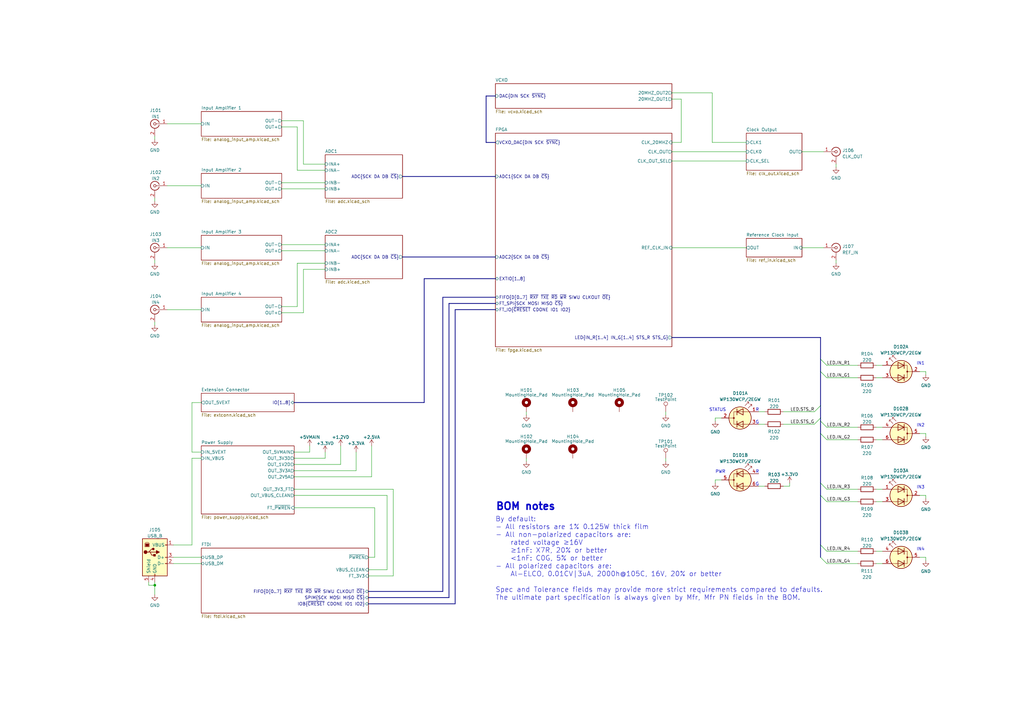
<source format=kicad_sch>
(kicad_sch (version 20211123) (generator eeschema)
  (paper "A3")
  (title_block (title "LWDO-SDR") (date "2022-02-15") (rev "1") (company "R. Dobrodii"))
  (lib_symbols
    (symbol "Connector:Conn_Coaxial" (pin_names (offset 1.016) hide)
      (property "Reference" "J" (at 0.254 3.048 0))
      (property "Value" "Conn_Coaxial" (at 2.921 0 90))
      (symbol "Conn_Coaxial_0_1"
        (arc (start -1.778 -0.508) (mid 0.222 -1.808) (end 1.778 0) (stroke (width 0.254)))
        (polyline (pts (xy -2.54 0) (xy -0.508 0)))
        (polyline (pts (xy 0 -2.54) (xy 0 -1.778)))
        (circle (center 0 0) (radius 0.508) (stroke (width 0.2032)))
        (arc (start 1.778 0) (mid 0.222 1.8083) (end -1.778 0.508) (stroke (width 0.254)))
      )
      (symbol "Conn_Coaxial_1_1"
        (pin passive line (at -5.08 0 0) (length 2.54) (name "In") (number "1"))
        (pin passive line (at 0 -5.08 90) (length 2.54) (name "Ext") (number "2"))
      )
    )
    (symbol "Connector:TestPoint" (pin_numbers hide) (pin_names (offset 0.762) hide)
      (property "Reference" "TP" (at 0 6.858 0))
      (property "Value" "TestPoint" (at 0 5.08 0))
      (symbol "TestPoint_0_1"
        (circle (center 0 3.302) (radius 0.762))
      )
      (symbol "TestPoint_1_1"
        (pin passive line (at 0 0 90) (length 2.54) (name "1") (number "1"))
      )
    )
    (symbol "Connector:USB_B" (pin_names (offset 1.016))
      (property "Reference" "J" (at -5.08 11.43 0))
      (property "Value" "USB_B" (at -5.08 8.89 0))
      (symbol "USB_B_0_1"
        (rectangle (start -5.08 -7.62) (end 5.08 7.62) (stroke (width 0.254)) (fill (type background)))
        (circle (center -3.81 2.159) (radius 0.635) (stroke (width 0.254)) (fill (type outline)))
        (rectangle (start -3.81 5.588) (end -2.54 4.572) (fill (type outline)))
        (circle (center -0.635 3.429) (radius 0.381) (stroke (width 0.254)) (fill (type outline)))
        (rectangle (start -0.127 -7.62) (end 0.127 -6.858))
        (polyline (pts (xy -1.905 2.159) (xy 0.635 2.159)) (stroke (width 0.254)))
        (polyline (pts (xy -3.175 2.159) (xy -2.54 2.159) (xy -1.27 3.429) (xy -0.635 3.429)) (stroke (width 0.254)))
        (polyline (pts (xy -2.54 2.159) (xy -1.905 2.159) (xy -1.27 0.889) (xy 0 0.889)) (stroke (width 0.254)))
        (polyline (pts (xy 0.635 2.794) (xy 0.635 1.524) (xy 1.905 2.159) (xy 0.635 2.794)) (stroke (width 0.254)) (fill (type outline)))
        (polyline (pts (xy -4.064 4.318) (xy -2.286 4.318) (xy -2.286 5.715) (xy -2.667 6.096) (xy -3.683 6.096) (xy -4.064 5.715) (xy -4.064 4.318)))
        (rectangle (start 0.254 1.27) (end -0.508 0.508) (stroke (width 0.254)) (fill (type outline)))
        (rectangle (start 5.08 -2.667) (end 4.318 -2.413))
        (rectangle (start 5.08 -0.127) (end 4.318 0.127))
        (rectangle (start 5.08 4.953) (end 4.318 5.207))
      )
      (symbol "USB_B_1_1"
        (pin power_out line (at 7.62 5.08 180) (length 2.54) (name "VBUS") (number "1"))
        (pin bidirectional line (at 7.62 -2.54 180) (length 2.54) (name "D-") (number "2"))
        (pin bidirectional line (at 7.62 0 180) (length 2.54) (name "D+") (number "3"))
        (pin power_out line (at 0 -10.16 90) (length 2.54) (name "GND") (number "4"))
        (pin passive line (at -2.54 -10.16 90) (length 2.54) (name "Shield") (number "5"))
      )
    )
    (symbol "Device:R" (pin_numbers hide) (pin_names (offset 0))
      (property "Reference" "R" (at 2.032 0 90))
      (property "Value" "R" (at 0 0 90))
      (symbol "R_0_1"
        (rectangle (start -1.016 -2.54) (end 1.016 2.54) (stroke (width 0.254)))
      )
      (symbol "R_1_1"
        (pin passive line (at 0 3.81 270) (length 1.27) (name "~") (number "1"))
        (pin passive line (at 0 -3.81 90) (length 1.27) (name "~") (number "2"))
      )
    )
    (symbol "Mechanical:MountingHole_Pad" (pin_numbers hide) (pin_names (offset 1.016) hide)
      (property "Reference" "H" (at 0 6.35 0))
      (property "Value" "MountingHole_Pad" (at 0 4.445 0))
      (symbol "MountingHole_Pad_0_1"
        (circle (center 0 1.27) (radius 1.27) (stroke (width 1.27)))
      )
      (symbol "MountingHole_Pad_1_1"
        (pin input line (at 0 -2.54 90) (length 2.54) (name "1") (number "1"))
      )
    )
    (symbol "power:GND" (power) (pin_names (offset 0))
      (property "Value" "GND" (at 0 -3.81 0))
      (symbol "GND_0_1"
        (polyline (pts (xy 0 0) (xy 0 -1.27) (xy 1.27 -1.27) (xy 0 -2.54) (xy -1.27 -1.27) (xy 0 -1.27)))
      )
      (symbol "GND_1_1"
        (pin power_in line (at 0 0 270) (length 0) hide (name "GND") (number "1"))
      )
    )
    (symbol "symbols:+1.2VD" (power) (pin_names (offset 0))
      (property "Value" "+1.2VD" (at 0 3.556 0))
      (symbol "+1.2VD_0_1"
        (polyline (pts (xy -0.762 1.27) (xy 0 2.54)))
        (polyline (pts (xy 0 0) (xy 0 2.54)))
        (polyline (pts (xy 0 2.54) (xy 0.762 1.27)))
      )
      (symbol "+1.2VD_1_1"
        (pin power_in line (at 0 0 90) (length 0) hide (name "+1.2VD") (number "1"))
      )
    )
    (symbol "symbols:+2.5VA" (power) (pin_names (offset 0))
      (property "Value" "+2.5VA" (at 0 3.556 0))
      (symbol "+2.5VA_0_1"
        (polyline (pts (xy -0.762 1.27) (xy 0 2.54)))
        (polyline (pts (xy 0 0) (xy 0 2.54)))
        (polyline (pts (xy 0 2.54) (xy 0.762 1.27)))
      )
      (symbol "+2.5VA_1_1"
        (pin power_in line (at 0 0 90) (length 0) hide (name "+2.5VA") (number "1"))
      )
    )
    (symbol "symbols:+3.3VA" (power) (pin_names (offset 0))
      (property "Value" "+3.3VA" (at 0 3.556 0))
      (symbol "+3.3VA_0_1"
        (polyline (pts (xy -0.762 1.27) (xy 0 2.54)))
        (polyline (pts (xy 0 0) (xy 0 2.54)))
        (polyline (pts (xy 0 2.54) (xy 0.762 1.27)))
      )
      (symbol "+3.3VA_1_1"
        (pin power_in line (at 0 0 90) (length 0) hide (name "+3.3VA") (number "1"))
      )
    )
    (symbol "symbols:+3.3VD" (power) (pin_names (offset 0))
      (property "Value" "+3.3VD" (at 0 3.556 0))
      (symbol "+3.3VD_0_1"
        (polyline (pts (xy -0.762 1.27) (xy 0 2.54)))
        (polyline (pts (xy 0 0) (xy 0 2.54)))
        (polyline (pts (xy 0 2.54) (xy 0.762 1.27)))
      )
      (symbol "+3.3VD_1_1"
        (pin power_in line (at 0 0 90) (length 0) hide (name "+3.3VD") (number "1"))
      )
    )
    (symbol "symbols:+5VMAIN" (power) (pin_names (offset 0))
      (property "Value" "+5VMAIN" (at 0 3.556 0))
      (symbol "+5VMAIN_0_1"
        (polyline (pts (xy -0.762 1.27) (xy 0 2.54)))
        (polyline (pts (xy 0 0) (xy 0 2.54)))
        (polyline (pts (xy 0 2.54) (xy 0.762 1.27)))
      )
      (symbol "+5VMAIN_1_1"
        (pin power_in line (at 0 0 90) (length 0) hide (name "+5VMAIN") (number "1"))
      )
    )
    (symbol "symbols:WP130WCP{slash}2EGW" (pin_names (offset 0) hide)
      (property "Reference" "D" (at 0 5.715 0))
      (property "Value" "WP130WCP{slash}2EGW" (at 0 -6.35 0))
      (symbol "WP130WCP{slash}2EGW_0_1"
        (circle (center -2.54 0) (radius 0.2794) (fill (type outline)))
        (polyline (pts (xy -4.572 0) (xy -2.54 0)))
        (polyline (pts (xy -1.27 -1.27) (xy -1.27 -3.81)) (stroke (width 0.254)))
        (polyline (pts (xy -1.27 1.27) (xy -1.27 3.81)) (stroke (width 0.254)))
        (polyline (pts (xy 3.81 -2.54) (xy 1.905 -2.54)))
        (polyline (pts (xy 3.81 2.54) (xy 1.905 2.54)))
        (polyline (pts (xy 1.27 -3.81) (xy 1.27 -1.27) (xy -1.27 -2.54) (xy 1.27 -3.81)) (stroke (width 0.254)))
        (polyline (pts (xy 1.27 1.27) (xy 1.27 3.81) (xy -1.27 2.54) (xy 1.27 1.27)) (stroke (width 0.254)))
        (polyline (pts (xy 2.032 2.54) (xy -2.54 2.54) (xy -2.54 -2.54) (xy 2.032 -2.54)))
        (polyline (pts (xy 2.032 5.08) (xy 3.556 6.604) (xy 2.794 6.604) (xy 3.556 6.604) (xy 3.556 5.842)))
        (polyline (pts (xy 3.302 4.064) (xy 4.826 5.588) (xy 4.064 5.588) (xy 4.826 5.588) (xy 4.826 4.826)))
        (circle (center 0 0) (radius 4.572) (stroke (width 0.254)) (fill (type background)))
      )
      (symbol "WP130WCP{slash}2EGW_1_1"
        (pin input line (at 7.62 2.54 180) (length 3.81) (name "A11") (number "1"))
        (pin input line (at -7.62 0 0) (length 3.048) (name "K1") (number "2"))
        (pin input line (at 7.62 -2.54 180) (length 3.81) (name "A12") (number "3"))
      )
      (symbol "WP130WCP{slash}2EGW_2_1"
        (pin input line (at 7.62 2.54 180) (length 3.81) (name "A21") (number "4"))
        (pin input line (at -7.62 0 0) (length 3.048) (name "K2") (number "5"))
        (pin input line (at 7.62 -2.54 180) (length 3.81) (name "A22") (number "6"))
      )
    )
  )
  (junction (at 63.5 240.03))
  (bus_entry (at 336.55 177.8) (size 2.54 2.54))
  (bus_entry (at 336.55 228.6) (size 2.54 2.54))
  (bus_entry (at 336.55 147.32) (size 2.54 2.54))
  (bus_entry (at 336.55 203.2) (size 2.54 2.54))
  (bus_entry (at 336.55 171.45) (size -2.54 2.54))
  (bus_entry (at 336.55 152.4) (size 2.54 2.54))
  (bus_entry (at 336.55 172.72) (size 2.54 2.54))
  (bus_entry (at 336.55 166.37) (size -2.54 2.54))
  (bus_entry (at 336.55 223.52) (size 2.54 2.54))
  (bus_entry (at 336.55 198.12) (size 2.54 2.54))
  (wire (pts (xy 63.5 106.68) (xy 63.5 107.95)))
  (wire (pts (xy 133.35 110.49) (xy 124.46 110.49)))
  (wire (pts (xy 379.73 177.8) (xy 377.19 177.8)))
  (bus (pts (xy 336.55 138.43) (xy 336.55 147.32)))
  (wire (pts (xy 60.96 238.76) (xy 60.96 240.03)))
  (wire (pts (xy 63.5 55.88) (xy 63.5 57.15)))
  (wire (pts (xy 152.4 195.58) (xy 152.4 182.88)))
  (wire (pts (xy 292.1 58.42) (xy 306.07 58.42)))
  (wire (pts (xy 328.93 62.23) (xy 337.82 62.23)))
  (wire (pts (xy 311.15 199.39) (xy 313.69 199.39)))
  (bus (pts (xy 203.2 39.37) (xy 199.39 39.37)))
  (wire (pts (xy 120.65 195.58) (xy 152.4 195.58)))
  (wire (pts (xy 121.92 52.07) (xy 121.92 69.85)))
  (bus (pts (xy 336.55 171.45) (xy 336.55 172.72)))
  (wire (pts (xy 293.37 198.12) (xy 293.37 196.85)))
  (wire (pts (xy 339.09 200.66) (xy 351.79 200.66)))
  (wire (pts (xy 339.09 154.94) (xy 351.79 154.94)))
  (bus (pts (xy 184.15 245.11) (xy 184.15 124.46)))
  (bus (pts (xy 181.61 242.57) (xy 151.13 242.57)))
  (bus (pts (xy 203.2 114.3) (xy 173.99 114.3)))
  (wire (pts (xy 323.85 198.12) (xy 323.85 199.39)))
  (bus (pts (xy 336.55 203.2) (xy 336.55 223.52)))
  (wire (pts (xy 328.93 101.6) (xy 337.82 101.6)))
  (wire (pts (xy 321.31 173.99) (xy 334.01 173.99)))
  (wire (pts (xy 359.41 180.34) (xy 361.95 180.34)))
  (wire (pts (xy 153.67 208.28) (xy 153.67 228.6)))
  (wire (pts (xy 120.65 203.2) (xy 158.75 203.2)))
  (wire (pts (xy 342.9 67.31) (xy 342.9 68.58)))
  (wire (pts (xy 342.9 106.68) (xy 342.9 107.95)))
  (bus (pts (xy 184.15 124.46) (xy 203.2 124.46)))
  (wire (pts (xy 120.65 190.5) (xy 139.7 190.5)))
  (wire (pts (xy 78.74 165.1) (xy 78.74 185.42)))
  (wire (pts (xy 121.92 107.95) (xy 133.35 107.95)))
  (wire (pts (xy 63.5 81.28) (xy 63.5 82.55)))
  (wire (pts (xy 161.29 200.66) (xy 120.65 200.66)))
  (bus (pts (xy 336.55 152.4) (xy 336.55 166.37)))
  (wire (pts (xy 60.96 240.03) (xy 63.5 240.03)))
  (wire (pts (xy 339.09 149.86) (xy 351.79 149.86)))
  (wire (pts (xy 379.73 229.87) (xy 379.73 228.6)))
  (wire (pts (xy 71.12 228.6) (xy 82.55 228.6)))
  (wire (pts (xy 379.73 203.2) (xy 377.19 203.2)))
  (wire (pts (xy 379.73 228.6) (xy 377.19 228.6)))
  (wire (pts (xy 68.58 127) (xy 82.55 127)))
  (wire (pts (xy 115.57 77.47) (xy 133.35 77.47)))
  (wire (pts (xy 215.9 187.96) (xy 215.9 189.23)))
  (wire (pts (xy 121.92 69.85) (xy 133.35 69.85)))
  (bus (pts (xy 199.39 58.42) (xy 203.2 58.42)))
  (wire (pts (xy 120.65 185.42) (xy 127 185.42)))
  (wire (pts (xy 133.35 187.96) (xy 133.35 185.42)))
  (wire (pts (xy 158.75 203.2) (xy 158.75 233.68)))
  (wire (pts (xy 339.09 180.34) (xy 351.79 180.34)))
  (wire (pts (xy 273.05 168.91) (xy 273.05 170.18)))
  (wire (pts (xy 379.73 152.4) (xy 377.19 152.4)))
  (wire (pts (xy 68.58 101.6) (xy 82.55 101.6)))
  (bus (pts (xy 165.1 105.41) (xy 203.2 105.41)))
  (wire (pts (xy 158.75 233.68) (xy 151.13 233.68)))
  (bus (pts (xy 336.55 223.52) (xy 336.55 228.6)))
  (wire (pts (xy 115.57 74.93) (xy 133.35 74.93)))
  (wire (pts (xy 339.09 205.74) (xy 351.79 205.74)))
  (bus (pts (xy 173.99 114.3) (xy 173.99 165.1)))
  (wire (pts (xy 292.1 38.1) (xy 292.1 58.42)))
  (wire (pts (xy 379.73 204.47) (xy 379.73 203.2)))
  (bus (pts (xy 120.65 165.1) (xy 173.99 165.1)))
  (wire (pts (xy 124.46 67.31) (xy 133.35 67.31)))
  (wire (pts (xy 120.65 193.04) (xy 146.05 193.04)))
  (bus (pts (xy 336.55 177.8) (xy 336.55 198.12)))
  (wire (pts (xy 63.5 132.08) (xy 63.5 133.35)))
  (wire (pts (xy 359.41 154.94) (xy 361.95 154.94)))
  (bus (pts (xy 186.69 127) (xy 186.69 247.65)))
  (wire (pts (xy 78.74 187.96) (xy 78.74 223.52)))
  (wire (pts (xy 68.58 76.2) (xy 82.55 76.2)))
  (bus (pts (xy 186.69 247.65) (xy 151.13 247.65)))
  (wire (pts (xy 71.12 231.14) (xy 82.55 231.14)))
  (wire (pts (xy 359.41 205.74) (xy 361.95 205.74)))
  (bus (pts (xy 165.1 72.39) (xy 203.2 72.39)))
  (bus (pts (xy 336.55 166.37) (xy 336.55 171.45)))
  (wire (pts (xy 311.15 173.99) (xy 313.69 173.99)))
  (wire (pts (xy 115.57 52.07) (xy 121.92 52.07)))
  (wire (pts (xy 124.46 110.49) (xy 124.46 128.27)))
  (wire (pts (xy 359.41 231.14) (xy 361.95 231.14)))
  (wire (pts (xy 120.65 208.28) (xy 153.67 208.28)))
  (wire (pts (xy 124.46 128.27) (xy 115.57 128.27)))
  (wire (pts (xy 293.37 196.85) (xy 295.91 196.85)))
  (wire (pts (xy 359.41 175.26) (xy 361.95 175.26)))
  (bus (pts (xy 203.2 127) (xy 186.69 127)))
  (wire (pts (xy 293.37 171.45) (xy 295.91 171.45)))
  (wire (pts (xy 127 185.42) (xy 127 182.88)))
  (wire (pts (xy 275.59 40.64) (xy 279.4 40.64)))
  (wire (pts (xy 339.09 175.26) (xy 351.79 175.26)))
  (wire (pts (xy 68.58 50.8) (xy 82.55 50.8)))
  (wire (pts (xy 311.15 168.91) (xy 313.69 168.91)))
  (wire (pts (xy 359.41 226.06) (xy 361.95 226.06)))
  (wire (pts (xy 339.09 226.06) (xy 351.79 226.06)))
  (wire (pts (xy 139.7 190.5) (xy 139.7 182.88)))
  (bus (pts (xy 199.39 39.37) (xy 199.39 58.42)))
  (wire (pts (xy 339.09 231.14) (xy 351.79 231.14)))
  (wire (pts (xy 359.41 149.86) (xy 361.95 149.86)))
  (bus (pts (xy 336.55 172.72) (xy 336.55 177.8)))
  (wire (pts (xy 275.59 62.23) (xy 306.07 62.23)))
  (wire (pts (xy 82.55 187.96) (xy 78.74 187.96)))
  (bus (pts (xy 151.13 245.11) (xy 184.15 245.11)))
  (wire (pts (xy 279.4 40.64) (xy 279.4 58.42)))
  (wire (pts (xy 82.55 165.1) (xy 78.74 165.1)))
  (wire (pts (xy 273.05 187.96) (xy 273.05 189.23)))
  (wire (pts (xy 115.57 125.73) (xy 121.92 125.73)))
  (bus (pts (xy 336.55 198.12) (xy 336.55 203.2)))
  (bus (pts (xy 203.2 121.92) (xy 181.61 121.92)))
  (bus (pts (xy 275.59 138.43) (xy 336.55 138.43)))
  (wire (pts (xy 151.13 236.22) (xy 161.29 236.22)))
  (bus (pts (xy 181.61 121.92) (xy 181.61 242.57)))
  (wire (pts (xy 115.57 102.87) (xy 133.35 102.87)))
  (wire (pts (xy 63.5 238.76) (xy 63.5 240.03)))
  (wire (pts (xy 293.37 172.72) (xy 293.37 171.45)))
  (wire (pts (xy 379.73 179.07) (xy 379.73 177.8)))
  (wire (pts (xy 120.65 187.96) (xy 133.35 187.96)))
  (wire (pts (xy 275.59 66.04) (xy 306.07 66.04)))
  (wire (pts (xy 153.67 228.6) (xy 151.13 228.6)))
  (bus (pts (xy 336.55 147.32) (xy 336.55 152.4)))
  (wire (pts (xy 359.41 200.66) (xy 361.95 200.66)))
  (wire (pts (xy 279.4 58.42) (xy 275.59 58.42)))
  (wire (pts (xy 115.57 100.33) (xy 133.35 100.33)))
  (wire (pts (xy 63.5 240.03) (xy 63.5 243.84)))
  (wire (pts (xy 321.31 199.39) (xy 323.85 199.39)))
  (wire (pts (xy 78.74 185.42) (xy 82.55 185.42)))
  (wire (pts (xy 275.59 38.1) (xy 292.1 38.1)))
  (wire (pts (xy 124.46 49.53) (xy 124.46 67.31)))
  (wire (pts (xy 121.92 125.73) (xy 121.92 107.95)))
  (wire (pts (xy 215.9 168.91) (xy 215.9 170.18)))
  (wire (pts (xy 275.59 101.6) (xy 306.07 101.6)))
  (wire (pts (xy 321.31 168.91) (xy 334.01 168.91)))
  (wire (pts (xy 161.29 236.22) (xy 161.29 200.66)))
  (wire (pts (xy 146.05 193.04) (xy 146.05 185.42)))
  (wire (pts (xy 379.73 153.67) (xy 379.73 152.4)))
  (wire (pts (xy 78.74 223.52) (xy 71.12 223.52)))
  (wire (pts (xy 115.57 49.53) (xy 124.46 49.53)))
  (text "IN3" (at 375.92 200.66 0) (effects (font (size 1.27 1.27)) (justify left bottom)))
  (text "PWR" (at 293.37 194.31 0) (effects (font (size 1.27 1.27)) (justify left bottom)))
  (text "By default:\n- All resistors are 1% 0.125W thick film\n- All non-polarized capacitors are:\n    rated voltage ≥16V\n    ≥1nF: X7R, 20% or better\n    <1nF: C0G, 5% or better\n- All polarized capacitors are:\n    Al-ELCO, 0.01CV|3uA, 2000h@105C, 16V, 20% or better\n\nSpec and Tolerance fields may provide more strict requirements compared to defaults.\nThe ultimate part specification is always given by Mfr, Mfr PN fields in the BOM.\n" (at 203.2 246.38 0) (effects (font (size 2 2)) (justify left bottom)))
  (text "R" (at 309.88 194.31 0) (effects (font (size 1.27 1.27)) (justify left bottom)))
  (text "G" (at 309.88 173.99 0) (effects (font (size 1.27 1.27)) (justify left bottom)))
  (text "R" (at 309.88 168.91 0) (effects (font (size 1.27 1.27)) (justify left bottom)))
  (text "G" (at 309.88 199.39 0) (effects (font (size 1.27 1.27)) (justify left bottom)))
  (text "BOM notes" (at 203.2 209.55 0) (effects (font (size 3 3) (thickness 0.6) bold) (justify left bottom)))
  (text "STATUS" (at 290.83 168.91 0) (effects (font (size 1.27 1.27)) (justify left bottom)))
  (text "IN1" (at 375.92 149.86 0) (effects (font (size 1.27 1.27)) (justify left bottom)))
  (text "IN2" (at 375.92 175.26 0) (effects (font (size 1.27 1.27)) (justify left bottom)))
  (text "IN4" (at 375.92 226.06 0) (effects (font (size 1.27 1.27)) (justify left bottom)))
  (label "LED.IN_G3" (at 339.09 205.74 0))
  (label "LED.IN_R3" (at 339.09 200.66 0))
  (label "LED.IN_R4" (at 339.09 226.06 0))
  (label "LED.IN_G2" (at 339.09 180.34 0))
  (label "LED.IN_R1" (at 339.09 149.86 0))
  (label "LED.STS_R" (at 334.01 168.91 180))
  (label "LED.IN_R2" (at 339.09 175.26 0))
  (label "LED.STS_G" (at 334.01 173.99 180))
  (label "LED.IN_G4" (at 339.09 231.14 0))
  (label "LED.IN_G1" (at 339.09 154.94 0))
  (symbol (lib_id "power:GND") (at 63.5 82.55 0) (unit 1)
    (property "Reference" "#PWR0102" (effects hide))
    (property "Value" "GND" (at 63.5 86.9934 0))
  )
  (symbol (lib_id "Mechanical:MountingHole_Pad") (at 234.95 185.42 0) (unit 1)
    (property "Reference" "H104" (at 234.95 179.07 0))
    (property "Value" "MountingHole_Pad" (at 234.95 180.975 0))
    (property "Footprint" "MountingHole:MountingHole_3.2mm_M3_Pad" (effects hide))
  )
  (symbol (lib_id "power:GND") (at 273.05 189.23 0) (unit 1)
    (property "Reference" "#PWR0120" (effects hide))
    (property "Value" "GND" (at 273.05 193.6734 0))
  )
  (symbol (lib_id "power:GND") (at 342.9 107.95 0) (unit 1)
    (property "Reference" "#PWR0115" (effects hide))
    (property "Value" "GND" (at 342.9 112.3934 0))
  )
  (symbol (lib_id "Connector:Conn_Coaxial") (at 63.5 127 0) (mirror y) (unit 1)
    (property "Reference" "J104" (at 63.8174 121.4736 0))
    (property "Value" "IN4" (at 63.8174 124.0105 0))
    (property "Footprint" "custom-footprints:SMA_Superbat_S01-ROPT4-11BS00" (effects hide))
    (property "Datasheet" " ~" (effects hide))
  )
  (symbol (lib_id "Connector:USB_B") (at 63.5 228.6 0) (unit 1)
    (property "Reference" "J105" (at 63.5 217.2802 0))
    (property "Value" "USB_B" (at 63.5 219.8171 0))
    (property "Footprint" "Connector_USB:USB_B_Lumberg_2411_02_Horizontal" (effects hide))
    (property "Datasheet" " ~" (effects hide))
    (property "Mfr" "Amphenol" (effects hide))
    (property "Mfr PN" "61729-1011BLF" (effects hide))
  )
  (symbol (lib_id "Device:R") (at 355.6 226.06 90) (mirror x) (unit 1)
    (property "Reference" "R110" (at 355.6 221.3442 90))
    (property "Value" "220" (at 355.6 223.8811 90))
    (property "Footprint" "Resistor_SMD:R_0805_2012Metric" (effects hide))
    (property "Mfr" "Bourns" (effects hide))
    (property "Mfr PN" "CR0805-FX-2200ELF" (effects hide))
  )
  (symbol (lib_id "power:GND") (at 293.37 172.72 0) (unit 1)
    (property "Reference" "#PWR0111" (effects hide))
    (property "Value" "GND" (at 293.37 177.1634 0))
  )
  (symbol (lib_id "power:GND") (at 342.9 68.58 0) (unit 1)
    (property "Reference" "#PWR0114" (effects hide))
    (property "Value" "GND" (at 342.9 73.0234 0))
  )
  (symbol (lib_id "power:GND") (at 215.9 189.23 0) (unit 1)
    (property "Reference" "#PWR0121" (effects hide))
    (property "Value" "GND" (at 215.9 193.6734 0))
  )
  (symbol (lib_id "Connector:Conn_Coaxial") (at 63.5 76.2 0) (mirror y) (unit 1)
    (property "Reference" "J102" (at 63.8174 70.6736 0))
    (property "Value" "IN2" (at 63.8174 73.2105 0))
    (property "Footprint" "custom-footprints:SMA_Superbat_S01-ROPT4-11BS00" (effects hide))
    (property "Datasheet" " ~" (effects hide))
  )
  (symbol (lib_id "Mechanical:MountingHole_Pad") (at 254 166.37 0) (unit 1)
    (property "Reference" "H105" (at 254 160.02 0))
    (property "Value" "MountingHole_Pad" (at 254 161.925 0))
    (property "Footprint" "MountingHole:MountingHole_3.2mm_M3_Pad" (effects hide))
  )
  (symbol (lib_id "power:GND") (at 379.73 179.07 0) (mirror y) (unit 1)
    (property "Reference" "#PWR0117" (effects hide))
    (property "Value" "GND" (at 379.73 183.5134 0))
  )
  (symbol (lib_id "Connector:Conn_Coaxial") (at 63.5 50.8 0) (mirror y) (unit 1)
    (property "Reference" "J101" (at 63.8174 45.2736 0))
    (property "Value" "IN1" (at 63.8174 47.8105 0))
    (property "Footprint" "custom-footprints:SMA_Superbat_S01-ROPT4-11BS00" (effects hide))
    (property "Datasheet" " ~" (effects hide))
  )
  (symbol (lib_id "symbols:+2.5VA") (at 152.4 182.88 0) (unit 1)
    (property "Reference" "#PWR0110" (effects hide))
    (property "Value" "+2.5VA" (at 152.4 179.3042 0))
  )
  (symbol (lib_id "symbols:+3.3VD") (at 323.85 198.12 0) (mirror y) (unit 1)
    (property "Reference" "#PWR0113" (effects hide))
    (property "Value" "+3.3VD" (at 323.85 194.5442 0))
  )
  (symbol (lib_id "power:GND") (at 379.73 153.67 0) (mirror y) (unit 1)
    (property "Reference" "#PWR0116" (effects hide))
    (property "Value" "GND" (at 379.73 158.1134 0))
  )
  (symbol (lib_id "symbols:WP130WCP{slash}2EGW") (at 303.53 171.45 0) (unit 1)
    (property "Reference" "D101" (at 303.5935 161.2732 0))
    (property "Value" "WP130WCP/2EGW" (at 303.5935 163.8101 0))
    (property "Footprint" "custom-footprints:WP130WCP" (effects hide))
    (property "Mfr" "Kingbright" (effects hide))
    (property "Mfr PN" "WP130WCP/2EGW" (effects hide))
  )
  (symbol (lib_id "Device:R") (at 355.6 200.66 90) (mirror x) (unit 1)
    (property "Reference" "R108" (at 355.6 195.9442 90))
    (property "Value" "220" (at 355.6 198.4811 90))
    (property "Footprint" "Resistor_SMD:R_0805_2012Metric" (effects hide))
    (property "Mfr" "Bourns" (effects hide))
    (property "Mfr PN" "CR0805-FX-2200ELF" (effects hide))
  )
  (symbol (lib_id "power:GND") (at 273.05 170.18 0) (unit 1)
    (property "Reference" "#PWR0122" (effects hide))
    (property "Value" "GND" (at 273.05 174.6234 0))
  )
  (symbol (lib_id "Device:R") (at 317.5 168.91 270) (unit 1)
    (property "Reference" "R101" (at 317.5 164.1942 90))
    (property "Value" "220" (at 317.5 166.7311 90))
    (property "Footprint" "Resistor_SMD:R_0805_2012Metric" (effects hide))
    (property "Mfr" "Bourns" (effects hide))
    (property "Mfr PN" "CR0805-FX-2200ELF" (effects hide))
  )
  (symbol (lib_id "symbols:+3.3VA") (at 146.05 185.42 0) (unit 1)
    (property "Reference" "#PWR0109" (effects hide))
    (property "Value" "+3.3VA" (at 146.05 181.8442 0))
  )
  (symbol (lib_id "symbols:WP130WCP{slash}2EGW") (at 369.57 177.8 0) (mirror y) (unit 2)
    (property "Reference" "D102" (at 369.5065 167.6232 0))
    (property "Value" "WP130WCP/2EGW" (at 369.5065 170.1601 0))
    (property "Footprint" "custom-footprints:WP130WCP" (effects hide))
    (property "Mfr" "Kingbright" (effects hide))
    (property "Mfr PN" "WP130WCP/2EGW" (effects hide))
  )
  (symbol (lib_id "power:GND") (at 63.5 133.35 0) (unit 1)
    (property "Reference" "#PWR0104" (effects hide))
    (property "Value" "GND" (at 63.5 137.7934 0))
  )
  (symbol (lib_id "symbols:WP130WCP{slash}2EGW") (at 303.53 196.85 0) (unit 2)
    (property "Reference" "D101" (at 303.5935 186.6732 0))
    (property "Value" "WP130WCP/2EGW" (at 303.5935 189.2101 0))
    (property "Footprint" "custom-footprints:WP130WCP" (effects hide))
    (property "Mfr" "Kingbright" (effects hide))
    (property "Mfr PN" "WP130WCP/2EGW" (effects hide))
  )
  (symbol (lib_id "Connector:Conn_Coaxial") (at 342.9 101.6 0) (unit 1)
    (property "Reference" "J107" (at 345.4401 101.0585 0) (effects (justify left)))
    (property "Value" "REF_IN" (at 345.4401 103.5954 0) (effects (justify left)))
    (property "Footprint" "custom-footprints:SMA_Superbat_S01-ROPT4-11BS00" (effects hide))
    (property "Datasheet" " ~" (effects hide))
  )
  (symbol (lib_id "Device:R") (at 355.6 231.14 90) (mirror x) (unit 1)
    (property "Reference" "R111" (at 355.6 234.1864 90))
    (property "Value" "220" (at 355.6 236.7233 90))
    (property "Footprint" "Resistor_SMD:R_0805_2012Metric" (effects hide))
    (property "Mfr" "Bourns" (effects hide))
    (property "Mfr PN" "CR0805-FX-2200ELF" (effects hide))
  )
  (symbol (lib_id "power:GND") (at 63.5 243.84 0) (unit 1)
    (property "Reference" "#PWR0105" (effects hide))
    (property "Value" "GND" (at 63.5 248.2834 0))
  )
  (symbol (lib_id "symbols:+3.3VD") (at 133.35 185.42 0) (unit 1)
    (property "Reference" "#PWR0107" (effects hide))
    (property "Value" "+3.3VD" (at 133.35 181.8442 0))
  )
  (symbol (lib_id "symbols:+1.2VD") (at 139.7 182.88 0) (unit 1)
    (property "Reference" "#PWR0108" (effects hide))
    (property "Value" "+1.2VD" (at 139.7 179.3042 0))
  )
  (symbol (lib_id "Mechanical:MountingHole_Pad") (at 215.9 166.37 0) (unit 1)
    (property "Reference" "H101" (at 215.9 160.02 0))
    (property "Value" "MountingHole_Pad" (at 215.9 161.925 0))
    (property "Footprint" "MountingHole:MountingHole_3.2mm_M3_Pad" (effects hide))
  )
  (symbol (lib_id "Device:R") (at 355.6 180.34 90) (mirror x) (unit 1)
    (property "Reference" "R107" (at 355.6 183.3864 90))
    (property "Value" "220" (at 355.6 185.9233 90))
    (property "Footprint" "Resistor_SMD:R_0805_2012Metric" (effects hide))
    (property "Mfr" "Bourns" (effects hide))
    (property "Mfr PN" "CR0805-FX-2200ELF" (effects hide))
  )
  (symbol (lib_id "power:GND") (at 215.9 170.18 0) (unit 1)
    (property "Reference" "#PWR0123" (effects hide))
    (property "Value" "GND" (at 215.9 174.6234 0))
  )
  (symbol (lib_id "symbols:WP130WCP{slash}2EGW") (at 369.57 228.6 0) (mirror y) (unit 2)
    (property "Reference" "D103" (at 369.5065 218.4232 0))
    (property "Value" "WP130WCP/2EGW" (at 369.5065 220.9601 0))
    (property "Footprint" "custom-footprints:WP130WCP" (effects hide))
    (property "Mfr" "Kingbright" (effects hide))
    (property "Mfr PN" "WP130WCP/2EGW" (effects hide))
  )
  (symbol (lib_id "power:GND") (at 293.37 198.12 0) (unit 1)
    (property "Reference" "#PWR0112" (effects hide))
    (property "Value" "GND" (at 293.37 202.5634 0))
  )
  (symbol (lib_id "symbols:WP130WCP{slash}2EGW") (at 369.57 152.4 0) (mirror y) (unit 1)
    (property "Reference" "D102" (at 369.5065 142.2232 0))
    (property "Value" "WP130WCP/2EGW" (at 369.5065 144.7601 0))
    (property "Footprint" "custom-footprints:WP130WCP" (effects hide))
    (property "Mfr" "Kingbright" (effects hide))
    (property "Mfr PN" "WP130WCP/2EGW" (effects hide))
  )
  (symbol (lib_id "power:GND") (at 63.5 57.15 0) (unit 1)
    (property "Reference" "#PWR0101" (effects hide))
    (property "Value" "GND" (at 63.5 61.5934 0))
  )
  (symbol (lib_id "power:GND") (at 63.5 107.95 0) (unit 1)
    (property "Reference" "#PWR0103" (effects hide))
    (property "Value" "GND" (at 63.5 112.3934 0))
  )
  (symbol (lib_id "Device:R") (at 355.6 175.26 90) (mirror x) (unit 1)
    (property "Reference" "R106" (at 355.6 170.5442 90))
    (property "Value" "220" (at 355.6 173.0811 90))
    (property "Footprint" "Resistor_SMD:R_0805_2012Metric" (effects hide))
    (property "Mfr" "Bourns" (effects hide))
    (property "Mfr PN" "CR0805-FX-2200ELF" (effects hide))
  )
  (symbol (lib_id "Device:R") (at 355.6 149.86 90) (mirror x) (unit 1)
    (property "Reference" "R104" (at 355.6 145.1442 90))
    (property "Value" "220" (at 355.6 147.6811 90))
    (property "Footprint" "Resistor_SMD:R_0805_2012Metric" (effects hide))
    (property "Mfr" "Bourns" (effects hide))
    (property "Mfr PN" "CR0805-FX-2200ELF" (effects hide))
  )
  (symbol (lib_id "Connector:Conn_Coaxial") (at 342.9 62.23 0) (unit 1)
    (property "Reference" "J106" (at 345.4401 61.6885 0) (effects (justify left)))
    (property "Value" "CLK_OUT" (at 345.4401 64.2254 0) (effects (justify left)))
    (property "Footprint" "custom-footprints:SMA_Superbat_S01-ROPT4-11BS00" (effects hide))
    (property "Datasheet" " ~" (effects hide))
  )
  (symbol (lib_id "Connector:TestPoint") (at 273.05 168.91 0) (unit 1)
    (property "Reference" "TP102" (at 273.05 162.052 0))
    (property "Value" "TestPoint" (at 273.05 163.83 0))
    (property "Footprint" "TestPoint:TestPoint_Bridge_Pitch5.08mm_Drill1.3mm" (effects hide))
  )
  (symbol (lib_id "power:GND") (at 379.73 229.87 0) (mirror y) (unit 1)
    (property "Reference" "#PWR0119" (effects hide))
    (property "Value" "GND" (at 379.73 234.3134 0))
  )
  (symbol (lib_id "Mechanical:MountingHole_Pad") (at 234.95 166.37 0) (unit 1)
    (property "Reference" "H103" (at 234.95 160.02 0))
    (property "Value" "MountingHole_Pad" (at 234.95 161.925 0))
    (property "Footprint" "MountingHole:MountingHole_3.2mm_M3_Pad" (effects hide))
  )
  (symbol (lib_id "Connector:Conn_Coaxial") (at 63.5 101.6 0) (mirror y) (unit 1)
    (property "Reference" "J103" (at 63.8174 96.0736 0))
    (property "Value" "IN3" (at 63.8174 98.6105 0))
    (property "Footprint" "custom-footprints:SMA_Superbat_S01-ROPT4-11BS00" (effects hide))
    (property "Datasheet" " ~" (effects hide))
  )
  (symbol (lib_id "power:GND") (at 379.73 204.47 0) (mirror y) (unit 1)
    (property "Reference" "#PWR0118" (effects hide))
    (property "Value" "GND" (at 379.73 208.9134 0))
  )
  (symbol (lib_id "Mechanical:MountingHole_Pad") (at 215.9 185.42 0) (unit 1)
    (property "Reference" "H102" (at 215.9 179.07 0))
    (property "Value" "MountingHole_Pad" (at 215.9 180.975 0))
    (property "Footprint" "MountingHole:MountingHole_3.2mm_M3_Pad" (effects hide))
  )
  (symbol (lib_id "Device:R") (at 317.5 173.99 270) (unit 1)
    (property "Reference" "R102" (at 317.5 177.0364 90))
    (property "Value" "220" (at 317.5 179.5733 90))
    (property "Footprint" "Resistor_SMD:R_0805_2012Metric" (effects hide))
    (property "Mfr" "Bourns" (effects hide))
    (property "Mfr PN" "CR0805-FX-2200ELF" (effects hide))
  )
  (symbol (lib_id "Connector:TestPoint") (at 273.05 187.96 0) (unit 1)
    (property "Reference" "TP101" (at 273.05 181.102 0))
    (property "Value" "TestPoint" (at 273.05 182.88 0))
    (property "Footprint" "TestPoint:TestPoint_Bridge_Pitch5.08mm_Drill1.3mm" (effects hide))
  )
  (symbol (lib_id "Device:R") (at 355.6 154.94 90) (mirror x) (unit 1)
    (property "Reference" "R105" (at 355.6 157.9864 90))
    (property "Value" "220" (at 355.6 160.5233 90))
    (property "Footprint" "Resistor_SMD:R_0805_2012Metric" (effects hide))
    (property "Mfr" "Bourns" (effects hide))
    (property "Mfr PN" "CR0805-FX-2200ELF" (effects hide))
  )
  (symbol (lib_id "symbols:WP130WCP{slash}2EGW") (at 369.57 203.2 0) (mirror y) (unit 1)
    (property "Reference" "D103" (at 369.5065 193.0232 0))
    (property "Value" "WP130WCP/2EGW" (at 369.5065 195.5601 0))
    (property "Footprint" "custom-footprints:WP130WCP" (effects hide))
    (property "Mfr" "Kingbright" (effects hide))
    (property "Mfr PN" "WP130WCP/2EGW" (effects hide))
  )
  (symbol (lib_id "Device:R") (at 317.5 199.39 270) (unit 1)
    (property "Reference" "R103" (at 317.5 194.6742 90))
    (property "Value" "220" (at 317.5 197.2111 90))
    (property "Footprint" "Resistor_SMD:R_0805_2012Metric" (effects hide))
    (property "Mfr" "Bourns" (effects hide))
    (property "Mfr PN" "CR0805-FX-2200ELF" (effects hide))
  )
  (symbol (lib_id "symbols:+5VMAIN") (at 127 182.88 0) (unit 1)
    (property "Reference" "#PWR0106" (effects hide))
    (property "Value" "+5VMAIN" (at 127 179.3042 0))
  )
  (symbol (lib_id "Device:R") (at 355.6 205.74 90) (mirror x) (unit 1)
    (property "Reference" "R109" (at 355.6 208.7864 90))
    (property "Value" "220" (at 355.6 211.3233 90))
    (property "Footprint" "Resistor_SMD:R_0805_2012Metric" (effects hide))
    (property "Mfr" "Bourns" (effects hide))
    (property "Mfr PN" "CR0805-FX-2200ELF" (effects hide))
  )
  (sheet (at 203.2 34.29) (size 72.39 10.16) (stroke (width 0.1524))
    (property "Sheet name" "VCXO" (at 203.2 33.5784 0) (effects (justify left bottom)))
    (property "Sheet file" "vcxo.kicad_sch" (at 203.2 45.0346 0) (effects (justify left top)))
    (pin "20MHZ_OUT1" output (at 275.59 40.64 0))
    (pin "20MHZ_OUT2" output (at 275.59 38.1 0))
    (pin "DAC{DIN SCK ~{SYNC}}" input (at 203.2 39.37 180))
  )
  (sheet (at 306.07 97.79) (size 22.86 7.62) (stroke (width 0.1524))
    (property "Sheet name" "Reference Clock Input" (at 306.07 97.0784 0) (effects (justify left bottom)))
    (property "Sheet file" "ref_in.kicad_sch" (at 306.07 105.9946 0) (effects (justify left top)))
    (pin "IN" input (at 328.93 101.6 0))
    (pin "OUT" output (at 306.07 101.6 180))
  )
  (sheet (at 82.55 96.52) (size 33.02 10.16) (stroke (width 0.1524))
    (property "Sheet name" "Input Amplifier 3" (at 82.55 95.8084 0) (effects (justify left bottom)))
    (property "Sheet file" "analog_input_amp.kicad_sch" (at 82.55 107.2646 0) (effects (justify left top)))
    (pin "IN" input (at 82.55 101.6 180))
    (pin "OUT+" output (at 115.57 102.87 0))
    (pin "OUT-" output (at 115.57 100.33 0))
  )
  (sheet (at 82.55 161.29) (size 38.1 7.62) (stroke (width 0.1524))
    (property "Sheet name" "Extension Connector" (at 82.55 160.5784 0) (effects (justify left bottom)))
    (property "Sheet file" "extconn.kicad_sch" (at 82.55 169.4946 0) (effects (justify left top)))
    (pin "IO[1..8]" bidirectional (at 120.65 165.1 0))
    (pin "OUT_5VEXT" output (at 82.55 165.1 180))
  )
  (sheet (at 133.35 96.52) (size 31.75 17.78) (stroke (width 0.1524))
    (property "Sheet name" "ADC2" (at 133.35 95.8084 0) (effects (justify left bottom)))
    (property "Sheet file" "adc.kicad_sch" (at 133.35 114.8846 0) (effects (justify left top)))
    (pin "ADC{SCK DA DB ~{CS}}" output (at 165.1 105.41 0))
    (pin "INB-" input (at 133.35 107.95 180))
    (pin "INB+" input (at 133.35 110.49 180))
    (pin "INA-" input (at 133.35 102.87 180))
    (pin "INA+" input (at 133.35 100.33 180))
  )
  (sheet (at 82.55 224.79) (size 68.58 26.67) (stroke (width 0.1524))
    (property "Sheet name" "FTDI" (at 82.55 224.0784 0) (effects (justify left bottom)))
    (property "Sheet file" "ftdi.kicad_sch" (at 82.55 252.0446 0) (effects (justify left top)))
    (pin "USB_DP" bidirectional (at 82.55 228.6 180))
    (pin "USB_DM" bidirectional (at 82.55 231.14 180))
    (pin "~{PWREN}" output (at 151.13 228.6 0))
    (pin "SPIM{SCK MOSI MISO ~{CS}}" bidirectional (at 151.13 245.11 0))
    (pin "FIFO{D[0..7] ~{RXF} ~{TXE} ~{RD} ~{WR} SIWU CLKOUT ~{OE}}" bidirectional (at 151.13 242.57 0))
    (pin "VBUS_CLEAN" input (at 151.13 233.68 0))
    (pin "FT_3V3" input (at 151.13 236.22 0))
    (pin "IOB{~{CRESET} CDONE IO1 IO2}" bidirectional (at 151.13 247.65 0))
  )
  (sheet (at 306.07 54.61) (size 22.86 15.24) (stroke (width 0.1524))
    (property "Sheet name" "Clock Output" (at 306.07 53.8984 0) (effects (justify left bottom)))
    (property "Sheet file" "clk_out.kicad_sch" (at 306.07 70.4346 0) (effects (justify left top)))
    (pin "CLK0" input (at 306.07 62.23 180))
    (pin "CLK1" input (at 306.07 58.42 180))
    (pin "CLK_SEL" input (at 306.07 66.04 180))
    (pin "OUT" output (at 328.93 62.23 0))
  )
  (sheet (at 82.55 182.88) (size 38.1 27.94) (stroke (width 0.1524))
    (property "Sheet name" "Power Supply" (at 82.55 182.1684 0) (effects (justify left bottom)))
    (property "Sheet file" "power_supply.kicad_sch" (at 82.55 211.4046 0) (effects (justify left top)))
    (pin "OUT_5VMAIN" output (at 120.65 185.42 0))
    (pin "OUT_3V3D" output (at 120.65 187.96 0))
    (pin "OUT_3V3_FT" output (at 120.65 200.66 0))
    (pin "OUT_3V3A" output (at 120.65 193.04 0))
    (pin "OUT_VBUS_CLEAN" output (at 120.65 203.2 0))
    (pin "FT_~{PWREN}" input (at 120.65 208.28 0))
    (pin "IN_5VEXT" input (at 82.55 185.42 180))
    (pin "IN_VBUS" input (at 82.55 187.96 180))
    (pin "OUT_1V2D" output (at 120.65 190.5 0))
    (pin "OUT_2V5A" output (at 120.65 195.58 0))
  )
  (sheet (at 82.55 45.72) (size 33.02 10.16) (stroke (width 0.1524))
    (property "Sheet name" "Input Amplifier 1" (at 82.55 45.0084 0) (effects (justify left bottom)))
    (property "Sheet file" "analog_input_amp.kicad_sch" (at 82.55 56.4646 0) (effects (justify left top)))
    (pin "IN" input (at 82.55 50.8 180))
    (pin "OUT+" output (at 115.57 52.07 0))
    (pin "OUT-" output (at 115.57 49.53 0))
  )
  (sheet (at 203.2 54.61) (size 72.39 87.63) (stroke (width 0.1524))
    (property "Sheet name" "FPGA" (at 203.2 53.8984 0) (effects (justify left bottom)))
    (property "Sheet file" "fpga.kicad_sch" (at 203.2 142.8246 0) (effects (justify left top)))
    (pin "LED{IN_R[1..4] IN_G[1..4] STS_R STS_G}" output (at 275.59 138.43 0))
    (pin "ADC2{SCK DA DB ~{CS}}" input (at 203.2 105.41 180))
    (pin "FIFO{D[0..7] ~{RXF} ~{TXE} ~{RD} ~{WR} SIWU CLKOUT ~{OE}}" bidirectional (at 203.2 121.92 180))
    (pin "ADC1{SCK DA DB ~{CS}}" input (at 203.2 72.39 180))
    (pin "EXTIO[1..8]" bidirectional (at 203.2 114.3 180))
    (pin "FT_IO{~{CRESET} CDONE IO1 IO2}" bidirectional (at 203.2 127 180))
    (pin "FT_SPI{SCK MOSI MISO ~{CS}}" bidirectional (at 203.2 124.46 180))
    (pin "CLK_OUT_SEL" output (at 275.59 66.04 0))
    (pin "CLK_20MHZ" input (at 275.59 58.42 0))
    (pin "VCXO_DAC{DIN SCK ~{SYNC}}" output (at 203.2 58.42 180))
    (pin "CLK_OUT" output (at 275.59 62.23 0))
    (pin "REF_CLK_IN" input (at 275.59 101.6 0))
  )
  (sheet (at 133.35 63.5) (size 31.75 17.78) (stroke (width 0.1524))
    (property "Sheet name" "ADC1" (at 133.35 62.7884 0) (effects (justify left bottom)))
    (property "Sheet file" "adc.kicad_sch" (at 133.35 81.8646 0) (effects (justify left top)))
    (pin "ADC{SCK DA DB ~{CS}}" output (at 165.1 72.39 0))
    (pin "INB-" input (at 133.35 74.93 180))
    (pin "INB+" input (at 133.35 77.47 180))
    (pin "INA-" input (at 133.35 69.85 180))
    (pin "INA+" input (at 133.35 67.31 180))
  )
  (sheet (at 82.55 71.12) (size 33.02 10.16) (stroke (width 0.1524))
    (property "Sheet name" "Input Amplifier 2" (at 82.55 70.4084 0) (effects (justify left bottom)))
    (property "Sheet file" "analog_input_amp.kicad_sch" (at 82.55 81.8646 0) (effects (justify left top)))
    (pin "IN" input (at 82.55 76.2 180))
    (pin "OUT+" output (at 115.57 77.47 0))
    (pin "OUT-" output (at 115.57 74.93 0))
  )
  (sheet (at 82.55 121.92) (size 33.02 10.16) (stroke (width 0.1524))
    (property "Sheet name" "Input Amplifier 4" (at 82.55 121.2084 0) (effects (justify left bottom)))
    (property "Sheet file" "analog_input_amp.kicad_sch" (at 82.55 132.6646 0) (effects (justify left top)))
    (pin "IN" input (at 82.55 127 180))
    (pin "OUT+" output (at 115.57 128.27 0))
    (pin "OUT-" output (at 115.57 125.73 0))
  )
)
</source>
